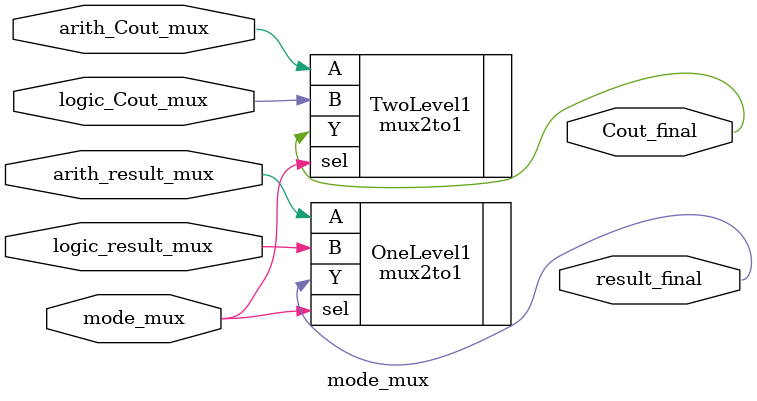
<source format=sv>
`timescale 1ns / 1ps


module mode_mux(
    input logic arith_result_mux,
    input logic arith_Cout_mux,
    input logic logic_result_mux,
    input logic logic_Cout_mux,
    input logic mode_mux,
    output logic result_final,
    output logic Cout_final
    );
    
    mux2to1 OneLevel1(
        .A(arith_result_mux),
        .B(logic_result_mux),
        .sel(mode_mux),
        .Y(result_final)
    );
    
    mux2to1 TwoLevel1(
        .A(arith_Cout_mux),
        .B(logic_Cout_mux),
        .sel(mode_mux),
        .Y(Cout_final)
    );
    
endmodule

</source>
